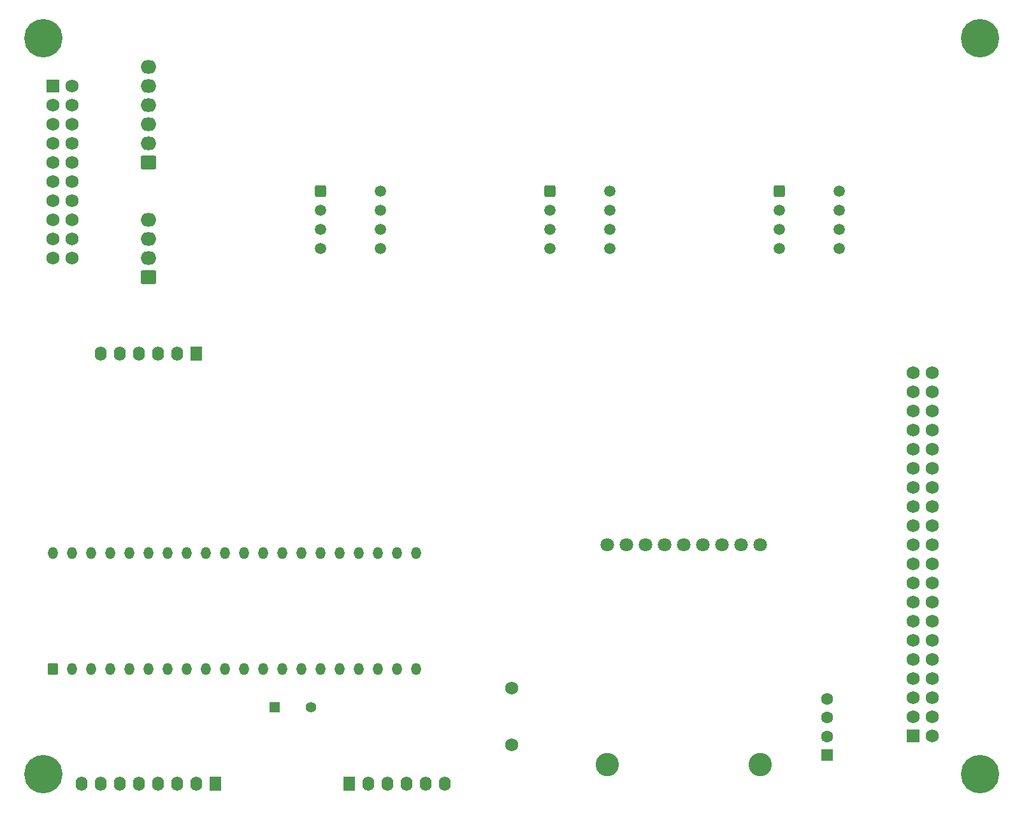
<source format=gbs>
G04*
G04 #@! TF.GenerationSoftware,Altium Limited,Altium Designer,19.0.15 (446)*
G04*
G04 Layer_Color=16711935*
%FSLAX25Y25*%
%MOIN*%
G70*
G01*
G75*
%ADD50C,0.05906*%
G04:AMPARAMS|DCode=51|XSize=59.06mil|YSize=59.06mil|CornerRadius=7.48mil|HoleSize=0mil|Usage=FLASHONLY|Rotation=0.000|XOffset=0mil|YOffset=0mil|HoleType=Round|Shape=RoundedRectangle|*
%AMROUNDEDRECTD51*
21,1,0.05906,0.04409,0,0,0.0*
21,1,0.04409,0.05906,0,0,0.0*
1,1,0.01496,0.02205,-0.02205*
1,1,0.01496,-0.02205,-0.02205*
1,1,0.01496,-0.02205,0.02205*
1,1,0.01496,0.02205,0.02205*
%
%ADD51ROUNDEDRECTD51*%
G04:AMPARAMS|DCode=52|XSize=68.9mil|YSize=68.9mil|CornerRadius=8.47mil|HoleSize=0mil|Usage=FLASHONLY|Rotation=270.000|XOffset=0mil|YOffset=0mil|HoleType=Round|Shape=RoundedRectangle|*
%AMROUNDEDRECTD52*
21,1,0.06890,0.05197,0,0,270.0*
21,1,0.05197,0.06890,0,0,270.0*
1,1,0.01693,-0.02598,-0.02598*
1,1,0.01693,-0.02598,0.02598*
1,1,0.01693,0.02598,0.02598*
1,1,0.01693,0.02598,-0.02598*
%
%ADD52ROUNDEDRECTD52*%
%ADD53C,0.06890*%
G04:AMPARAMS|DCode=54|XSize=62.99mil|YSize=62.99mil|CornerRadius=7.87mil|HoleSize=0mil|Usage=FLASHONLY|Rotation=90.000|XOffset=0mil|YOffset=0mil|HoleType=Round|Shape=RoundedRectangle|*
%AMROUNDEDRECTD54*
21,1,0.06299,0.04724,0,0,90.0*
21,1,0.04724,0.06299,0,0,90.0*
1,1,0.01575,0.02362,0.02362*
1,1,0.01575,0.02362,-0.02362*
1,1,0.01575,-0.02362,-0.02362*
1,1,0.01575,-0.02362,0.02362*
%
%ADD54ROUNDEDRECTD54*%
%ADD55C,0.06299*%
%ADD56C,0.12205*%
%ADD57C,0.07087*%
G04:AMPARAMS|DCode=58|XSize=62.99mil|YSize=74.8mil|CornerRadius=9.35mil|HoleSize=0mil|Usage=FLASHONLY|Rotation=0.000|XOffset=0mil|YOffset=0mil|HoleType=Round|Shape=RoundedRectangle|*
%AMROUNDEDRECTD58*
21,1,0.06299,0.05610,0,0,0.0*
21,1,0.04429,0.07480,0,0,0.0*
1,1,0.01870,0.02215,-0.02805*
1,1,0.01870,-0.02215,-0.02805*
1,1,0.01870,-0.02215,0.02805*
1,1,0.01870,0.02215,0.02805*
%
%ADD58ROUNDEDRECTD58*%
%ADD59O,0.06299X0.07480*%
G04:AMPARAMS|DCode=60|XSize=55.12mil|YSize=55.12mil|CornerRadius=7.09mil|HoleSize=0mil|Usage=FLASHONLY|Rotation=0.000|XOffset=0mil|YOffset=0mil|HoleType=Round|Shape=RoundedRectangle|*
%AMROUNDEDRECTD60*
21,1,0.05512,0.04095,0,0,0.0*
21,1,0.04095,0.05512,0,0,0.0*
1,1,0.01417,0.02047,-0.02047*
1,1,0.01417,-0.02047,-0.02047*
1,1,0.01417,-0.02047,0.02047*
1,1,0.01417,0.02047,0.02047*
%
%ADD60ROUNDEDRECTD60*%
%ADD61C,0.05512*%
%ADD62O,0.05118X0.06299*%
G04:AMPARAMS|DCode=63|XSize=62.99mil|YSize=51.18mil|CornerRadius=6.69mil|HoleSize=0mil|Usage=FLASHONLY|Rotation=90.000|XOffset=0mil|YOffset=0mil|HoleType=Round|Shape=RoundedRectangle|*
%AMROUNDEDRECTD63*
21,1,0.06299,0.03780,0,0,90.0*
21,1,0.04961,0.05118,0,0,90.0*
1,1,0.01339,0.01890,0.02480*
1,1,0.01339,0.01890,-0.02480*
1,1,0.01339,-0.01890,-0.02480*
1,1,0.01339,-0.01890,0.02480*
%
%ADD63ROUNDEDRECTD63*%
G04:AMPARAMS|DCode=64|XSize=70.87mil|YSize=82.68mil|CornerRadius=10.34mil|HoleSize=0mil|Usage=FLASHONLY|Rotation=90.000|XOffset=0mil|YOffset=0mil|HoleType=Round|Shape=RoundedRectangle|*
%AMROUNDEDRECTD64*
21,1,0.07087,0.06201,0,0,90.0*
21,1,0.05020,0.08268,0,0,90.0*
1,1,0.02067,0.03100,0.02510*
1,1,0.02067,0.03100,-0.02510*
1,1,0.02067,-0.03100,-0.02510*
1,1,0.02067,-0.03100,0.02510*
%
%ADD64ROUNDEDRECTD64*%
%ADD65O,0.08268X0.07087*%
%ADD66C,0.20079*%
%ADD67C,0.06906*%
D50*
X431260Y320000D02*
D03*
Y310000D02*
D03*
Y300000D02*
D03*
Y290000D02*
D03*
X400000D02*
D03*
Y300000D02*
D03*
Y310000D02*
D03*
X311260Y320000D02*
D03*
Y310000D02*
D03*
Y300000D02*
D03*
Y290000D02*
D03*
X280000D02*
D03*
Y300000D02*
D03*
Y310000D02*
D03*
X191260Y320000D02*
D03*
Y310000D02*
D03*
Y300000D02*
D03*
Y290000D02*
D03*
X160000D02*
D03*
Y300000D02*
D03*
Y310000D02*
D03*
D51*
X400000Y320000D02*
D03*
X280000D02*
D03*
X160000D02*
D03*
D52*
X470000Y35000D02*
D03*
X20000Y375000D02*
D03*
D53*
X480000Y35000D02*
D03*
X470000Y45000D02*
D03*
X480000D02*
D03*
X470000Y55000D02*
D03*
X480000D02*
D03*
X470000Y65000D02*
D03*
X480000D02*
D03*
X470000Y75000D02*
D03*
X480000D02*
D03*
X470000Y85000D02*
D03*
X480000D02*
D03*
X470000Y95000D02*
D03*
X480000D02*
D03*
X470000Y105000D02*
D03*
X480000D02*
D03*
X470000Y115000D02*
D03*
X480000D02*
D03*
X470000Y125000D02*
D03*
X480000D02*
D03*
X470000Y135000D02*
D03*
X480000D02*
D03*
X470000Y145000D02*
D03*
X480000D02*
D03*
X470000Y155000D02*
D03*
X480000D02*
D03*
X470000Y165000D02*
D03*
X480000D02*
D03*
X470000Y175000D02*
D03*
X480000D02*
D03*
X470000Y185000D02*
D03*
X480000D02*
D03*
X470000Y195000D02*
D03*
X480000D02*
D03*
X470000Y205000D02*
D03*
X480000D02*
D03*
X470000Y215000D02*
D03*
X480000D02*
D03*
X470000Y225000D02*
D03*
X480000D02*
D03*
X30000Y375000D02*
D03*
X20000Y365000D02*
D03*
X30000D02*
D03*
X20000Y355000D02*
D03*
X30000D02*
D03*
X20000Y345000D02*
D03*
X30000D02*
D03*
X20000Y335000D02*
D03*
X30000D02*
D03*
X20000Y325000D02*
D03*
X30000D02*
D03*
X20000Y315000D02*
D03*
X30000D02*
D03*
X20000Y305000D02*
D03*
X30000D02*
D03*
X20000Y295000D02*
D03*
X30000D02*
D03*
X20000Y285000D02*
D03*
X30000D02*
D03*
D54*
X425000Y25000D02*
D03*
D55*
Y34843D02*
D03*
Y44685D02*
D03*
Y54528D02*
D03*
D56*
X390000Y20000D02*
D03*
X310000D02*
D03*
D57*
X390000Y135000D02*
D03*
X380000D02*
D03*
X370000D02*
D03*
X360000D02*
D03*
X350000D02*
D03*
X340000D02*
D03*
X330000D02*
D03*
X320000D02*
D03*
X310000D02*
D03*
D58*
X175000Y10000D02*
D03*
X105000D02*
D03*
X95000Y235000D02*
D03*
D59*
X185000Y10000D02*
D03*
X195000D02*
D03*
X205000D02*
D03*
X215000D02*
D03*
X225000D02*
D03*
X95000D02*
D03*
X85000D02*
D03*
X75000D02*
D03*
X65000D02*
D03*
X55000D02*
D03*
X45000D02*
D03*
X35000D02*
D03*
X85000Y235000D02*
D03*
X75000D02*
D03*
X65000D02*
D03*
X55000D02*
D03*
X45000D02*
D03*
D60*
X135787Y50000D02*
D03*
D61*
X155000D02*
D03*
D62*
X20000Y130748D02*
D03*
X30000D02*
D03*
X40000D02*
D03*
X50000D02*
D03*
X60000D02*
D03*
X70000D02*
D03*
X80000D02*
D03*
X90000D02*
D03*
X100000D02*
D03*
X110000D02*
D03*
X120000D02*
D03*
X130000D02*
D03*
X140000D02*
D03*
X150000D02*
D03*
X160000D02*
D03*
X170000D02*
D03*
X180000D02*
D03*
X190000D02*
D03*
X200000D02*
D03*
X210000D02*
D03*
Y70000D02*
D03*
X200000D02*
D03*
X190000D02*
D03*
X180000D02*
D03*
X170000D02*
D03*
X160000D02*
D03*
X150000D02*
D03*
X140000D02*
D03*
X130000D02*
D03*
X120000D02*
D03*
X110000D02*
D03*
X100000D02*
D03*
X90000D02*
D03*
X80000D02*
D03*
X70000D02*
D03*
X60000D02*
D03*
X50000D02*
D03*
X40000D02*
D03*
X30000D02*
D03*
D63*
X20000D02*
D03*
D64*
X70000Y335000D02*
D03*
Y275000D02*
D03*
D65*
Y345000D02*
D03*
Y355000D02*
D03*
Y365000D02*
D03*
Y375000D02*
D03*
Y385000D02*
D03*
Y285000D02*
D03*
Y295000D02*
D03*
Y305000D02*
D03*
D66*
X505000Y400000D02*
D03*
Y15000D02*
D03*
X15000Y400000D02*
D03*
Y15000D02*
D03*
D67*
X260000Y30472D02*
D03*
Y60000D02*
D03*
M02*

</source>
